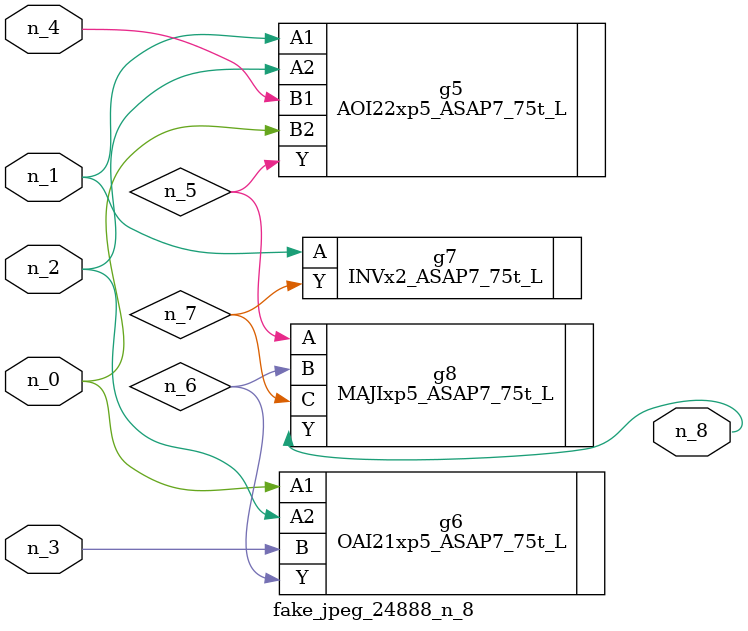
<source format=v>
module fake_jpeg_24888_n_8 (n_3, n_2, n_1, n_0, n_4, n_8);

input n_3;
input n_2;
input n_1;
input n_0;
input n_4;

output n_8;

wire n_6;
wire n_5;
wire n_7;

AOI22xp5_ASAP7_75t_L g5 ( 
.A1(n_1),
.A2(n_2),
.B1(n_4),
.B2(n_0),
.Y(n_5)
);

OAI21xp5_ASAP7_75t_L g6 ( 
.A1(n_0),
.A2(n_2),
.B(n_3),
.Y(n_6)
);

INVx2_ASAP7_75t_L g7 ( 
.A(n_1),
.Y(n_7)
);

MAJIxp5_ASAP7_75t_L g8 ( 
.A(n_5),
.B(n_6),
.C(n_7),
.Y(n_8)
);


endmodule
</source>
